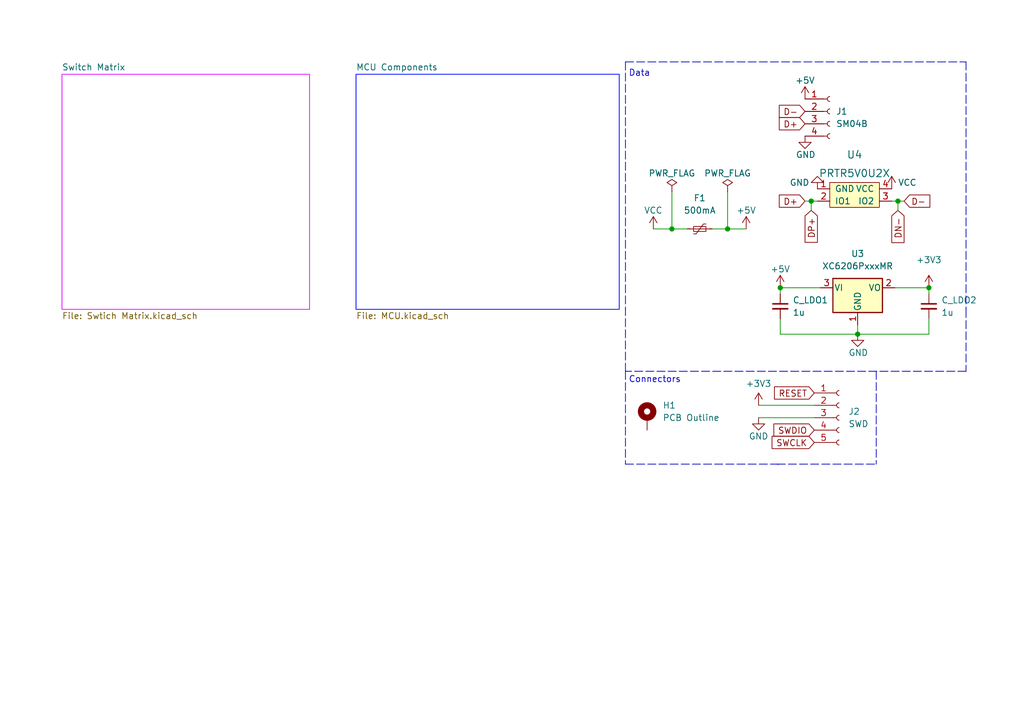
<source format=kicad_sch>
(kicad_sch (version 20211123) (generator eeschema)
  (paper "A5")
  (title_block (title "Plaket60") (date "2022-07-25") (rev "1.0"))
  (lib_symbols
    (symbol "Connector:Conn_01x04_Female" (pin_names (offset 1.016) hide)
      (property "Reference" "J" (at 0 5.08 0))
      (property "Value" "Conn_01x04_Female" (at 0 -7.62 0))
      (symbol "Conn_01x04_Female_1_1"
        (arc (start 0 -4.572) (mid -0.508 -5.08) (end 0 -5.588) (stroke (width 0.1524)))
        (arc (start 0 -2.032) (mid -0.508 -2.54) (end 0 -3.048) (stroke (width 0.1524)))
        (polyline (pts (xy -1.27 -5.08) (xy -0.508 -5.08)) (stroke (width 0.1524)))
        (polyline (pts (xy -1.27 -2.54) (xy -0.508 -2.54)) (stroke (width 0.1524)))
        (polyline (pts (xy -1.27 0) (xy -0.508 0)) (stroke (width 0.1524)))
        (polyline (pts (xy -1.27 2.54) (xy -0.508 2.54)) (stroke (width 0.1524)))
        (arc (start 0 0.508) (mid -0.508 0) (end 0 -0.508) (stroke (width 0.1524)))
        (arc (start 0 3.048) (mid -0.508 2.54) (end 0 2.032) (stroke (width 0.1524)))
        (pin passive line (at -5.08 2.54 0) (length 3.81) (name "Pin_1") (number "1"))
        (pin passive line (at -5.08 0 0) (length 3.81) (name "Pin_2") (number "2"))
        (pin passive line (at -5.08 -2.54 0) (length 3.81) (name "Pin_3") (number "3"))
        (pin passive line (at -5.08 -5.08 0) (length 3.81) (name "Pin_4") (number "4"))
      )
    )
    (symbol "Connector:Conn_01x05_Female" (pin_names (offset 1.016) hide)
      (property "Reference" "J" (at 0 7.62 0))
      (property "Value" "Conn_01x05_Female" (at 0 -7.62 0))
      (symbol "Conn_01x05_Female_1_1"
        (arc (start 0 -4.572) (mid -0.508 -5.08) (end 0 -5.588) (stroke (width 0.1524)))
        (arc (start 0 -2.032) (mid -0.508 -2.54) (end 0 -3.048) (stroke (width 0.1524)))
        (polyline (pts (xy -1.27 -5.08) (xy -0.508 -5.08)) (stroke (width 0.1524)))
        (polyline (pts (xy -1.27 -2.54) (xy -0.508 -2.54)) (stroke (width 0.1524)))
        (polyline (pts (xy -1.27 0) (xy -0.508 0)) (stroke (width 0.1524)))
        (polyline (pts (xy -1.27 2.54) (xy -0.508 2.54)) (stroke (width 0.1524)))
        (polyline (pts (xy -1.27 5.08) (xy -0.508 5.08)) (stroke (width 0.1524)))
        (arc (start 0 0.508) (mid -0.508 0) (end 0 -0.508) (stroke (width 0.1524)))
        (arc (start 0 3.048) (mid -0.508 2.54) (end 0 2.032) (stroke (width 0.1524)))
        (arc (start 0 5.588) (mid -0.508 5.08) (end 0 4.572) (stroke (width 0.1524)))
        (pin passive line (at -5.08 5.08 0) (length 3.81) (name "Pin_1") (number "1"))
        (pin passive line (at -5.08 2.54 0) (length 3.81) (name "Pin_2") (number "2"))
        (pin passive line (at -5.08 0 0) (length 3.81) (name "Pin_3") (number "3"))
        (pin passive line (at -5.08 -2.54 0) (length 3.81) (name "Pin_4") (number "4"))
        (pin passive line (at -5.08 -5.08 0) (length 3.81) (name "Pin_5") (number "5"))
      )
    )
    (symbol "Device:C_Small" (pin_numbers hide) (pin_names (offset 0.254) hide)
      (property "Reference" "C" (at 0.254 1.778 0))
      (property "Value" "C_Small" (at 0.254 -2.032 0))
      (symbol "C_Small_0_1"
        (polyline (pts (xy -1.524 -0.508) (xy 1.524 -0.508)) (stroke (width 0.3302)))
        (polyline (pts (xy -1.524 0.508) (xy 1.524 0.508)) (stroke (width 0.3048)))
      )
      (symbol "C_Small_1_1"
        (pin passive line (at 0 2.54 270) (length 2.032) (name "~") (number "1"))
        (pin passive line (at 0 -2.54 90) (length 2.032) (name "~") (number "2"))
      )
    )
    (symbol "Device:Polyfuse_Small" (pin_numbers hide) (pin_names (offset 0))
      (property "Reference" "F" (at -1.905 0 90))
      (property "Value" "Polyfuse_Small" (at 1.905 0 90))
      (symbol "Polyfuse_Small_0_1"
        (rectangle (start -0.508 1.27) (end 0.508 -1.27))
        (polyline (pts (xy 0 2.54) (xy 0 -2.54)))
        (polyline (pts (xy -1.016 1.27) (xy -1.016 0.762) (xy 1.016 -0.762) (xy 1.016 -1.27)))
      )
      (symbol "Polyfuse_Small_1_1"
        (pin passive line (at 0 2.54 270) (length 0.635) (name "~") (number "1"))
        (pin passive line (at 0 -2.54 90) (length 0.635) (name "~") (number "2"))
      )
    )
    (symbol "Mechanical:MountingHole_Pad" (pin_numbers hide) (pin_names (offset 1.016) hide)
      (property "Reference" "H" (at 0 6.35 0))
      (property "Value" "MountingHole_Pad" (at 0 4.445 0))
      (symbol "MountingHole_Pad_0_1"
        (circle (center 0 1.27) (radius 1.27) (stroke (width 1.27)))
      )
      (symbol "MountingHole_Pad_1_1"
        (pin input line (at 0 -2.54 90) (length 2.54) (name "1") (number "1"))
      )
    )
    (symbol "Regulator_Linear:XC6206PxxxMR" (pin_names (offset 0.254))
      (property "Reference" "U" (at -3.81 3.175 0))
      (property "Value" "XC6206PxxxMR" (at 0 3.175 0))
      (symbol "XC6206PxxxMR_0_1"
        (rectangle (start -5.08 1.905) (end 5.08 -5.08) (stroke (width 0.254)) (fill (type background)))
      )
      (symbol "XC6206PxxxMR_1_1"
        (pin power_in line (at 0 -7.62 90) (length 2.54) (name "GND") (number "1"))
        (pin power_out line (at 7.62 0 180) (length 2.54) (name "VO") (number "2"))
        (pin power_in line (at -7.62 0 0) (length 2.54) (name "VI") (number "3"))
      )
    )
    (symbol "cipulot_parts:PRTR5V0U2X" (pin_names (offset 1.016))
      (property "Reference" "U" (at 0 3.81 0))
      (property "Value" "PRTR5V0U2X" (at 0 -3.81 0))
      (symbol "PRTR5V0U2X_0_1"
        (rectangle (start -5.08 2.54) (end 5.08 -2.54) (fill (type background)))
      )
      (symbol "PRTR5V0U2X_1_1"
        (pin input line (at -7.62 1.27 0) (length 2.54) (name "GND") (number "1"))
        (pin input line (at -7.62 -1.27 0) (length 2.54) (name "IO1") (number "2"))
        (pin input line (at 7.62 -1.27 180) (length 2.54) (name "IO2") (number "3"))
        (pin input line (at 7.62 1.27 180) (length 2.54) (name "VCC") (number "4"))
      )
    )
    (symbol "power:+3V3" (power) (pin_names (offset 0))
      (property "Value" "+3V3" (at 0 3.556 0))
      (symbol "+3V3_0_1"
        (polyline (pts (xy -0.762 1.27) (xy 0 2.54)))
        (polyline (pts (xy 0 0) (xy 0 2.54)))
        (polyline (pts (xy 0 2.54) (xy 0.762 1.27)))
      )
      (symbol "+3V3_1_1"
        (pin power_in line (at 0 0 90) (length 0) hide (name "+3V3") (number "1"))
      )
    )
    (symbol "power:+5V" (power) (pin_names (offset 0))
      (property "Value" "+5V" (at 0 3.556 0))
      (symbol "+5V_0_1"
        (polyline (pts (xy -0.762 1.27) (xy 0 2.54)))
        (polyline (pts (xy 0 0) (xy 0 2.54)))
        (polyline (pts (xy 0 2.54) (xy 0.762 1.27)))
      )
      (symbol "+5V_1_1"
        (pin power_in line (at 0 0 90) (length 0) hide (name "+5V") (number "1"))
      )
    )
    (symbol "power:GND" (power) (pin_names (offset 0))
      (property "Value" "GND" (at 0 -3.81 0))
      (symbol "GND_0_1"
        (polyline (pts (xy 0 0) (xy 0 -1.27) (xy 1.27 -1.27) (xy 0 -2.54) (xy -1.27 -1.27) (xy 0 -1.27)))
      )
      (symbol "GND_1_1"
        (pin power_in line (at 0 0 270) (length 0) hide (name "GND") (number "1"))
      )
    )
    (symbol "power:PWR_FLAG" (power) (pin_numbers hide) (pin_names (offset 0) hide)
      (property "Value" "PWR_FLAG" (at 0 3.81 0))
      (symbol "PWR_FLAG_0_0"
        (pin power_out line (at 0 0 90) (length 0) (name "pwr") (number "1"))
      )
      (symbol "PWR_FLAG_0_1"
        (polyline (pts (xy 0 0) (xy 0 1.27) (xy -1.016 1.905) (xy 0 2.54) (xy 1.016 1.905) (xy 0 1.27)))
      )
    )
    (symbol "power:VCC" (power) (pin_names (offset 0))
      (property "Value" "VCC" (at 0 3.81 0))
      (symbol "VCC_0_1"
        (polyline (pts (xy -0.762 1.27) (xy 0 2.54)))
        (polyline (pts (xy 0 0) (xy 0 2.54)))
        (polyline (pts (xy 0 2.54) (xy 0.762 1.27)))
      )
      (symbol "VCC_1_1"
        (pin power_in line (at 0 0 90) (length 0) hide (name "VCC") (number "1"))
      )
    )
  )
  (junction (at 184.15 41.275))
  (junction (at 166.37 41.275))
  (junction (at 137.795 46.99))
  (junction (at 190.5 59.055))
  (junction (at 175.895 68.58))
  (junction (at 160.02 59.055))
  (junction (at 149.225 46.99))
  (wire (pts (xy 160.02 68.58) (xy 175.895 68.58)))
  (polyline (pts (xy 128.27 76.2) (xy 128.27 63.5)))
  (polyline (pts (xy 198.12 12.7) (xy 198.12 63.5)))
  (polyline (pts (xy 128.27 76.2) (xy 128.27 95.25)))
  (wire (pts (xy 160.02 65.405) (xy 160.02 68.58)))
  (wire (pts (xy 137.795 46.99) (xy 140.97 46.99)))
  (wire (pts (xy 149.225 39.37) (xy 149.225 46.99)))
  (polyline (pts (xy 179.705 76.2) (xy 179.705 95.25)))
  (wire (pts (xy 190.5 59.055) (xy 190.5 60.325)))
  (wire (pts (xy 165.1 41.275) (xy 166.37 41.275)))
  (wire (pts (xy 166.37 41.275) (xy 167.64 41.275)))
  (polyline (pts (xy 198.12 76.2) (xy 128.27 76.2)))
  (wire (pts (xy 155.575 85.725) (xy 167.005 85.725)))
  (polyline (pts (xy 128.27 12.7) (xy 198.12 12.7)))
  (wire (pts (xy 155.575 83.185) (xy 167.005 83.185)))
  (wire (pts (xy 146.05 46.99) (xy 149.225 46.99)))
  (wire (pts (xy 184.15 41.275) (xy 184.15 43.18)))
  (wire (pts (xy 182.88 41.275) (xy 184.15 41.275)))
  (wire (pts (xy 175.895 66.675) (xy 175.895 68.58)))
  (polyline (pts (xy 198.12 63.5) (xy 198.12 76.2)))
  (wire (pts (xy 166.37 41.275) (xy 166.37 43.18)))
  (wire (pts (xy 190.5 68.58) (xy 190.5 65.405)))
  (wire (pts (xy 160.02 59.055) (xy 160.02 60.325)))
  (wire (pts (xy 149.225 46.99) (xy 153.035 46.99)))
  (wire (pts (xy 160.02 59.055) (xy 168.275 59.055)))
  (polyline (pts (xy 128.27 95.25) (xy 160.02 95.25)))
  (wire (pts (xy 183.515 59.055) (xy 190.5 59.055)))
  (wire (pts (xy 133.985 46.99) (xy 137.795 46.99)))
  (wire (pts (xy 184.15 41.275) (xy 185.42 41.275)))
  (polyline (pts (xy 128.27 12.7) (xy 128.27 63.5)))
  (wire (pts (xy 175.895 68.58) (xy 190.5 68.58)))
  (polyline (pts (xy 159.385 95.25) (xy 179.705 95.25)))
  (wire (pts (xy 137.795 39.37) (xy 137.795 46.99)))
  (text "Connectors\n" (at 128.905 78.74 0) (effects (font (size 1.27 1.27)) (justify left bottom)))
  (text "Data\n" (at 128.905 15.875 0) (effects (font (size 1.27 1.27)) (justify left bottom)))
  (global_label "DN-" (shape input) (at 184.15 43.18 270) (property "Intersheet References" "${INTERSHEET_REFS}" (effects hide)))
  (global_label "SWDIO" (shape input) (at 167.005 88.265 180) (property "Intersheet References" "${INTERSHEET_REFS}" (effects hide)))
  (global_label "D+" (shape input) (at 165.1 25.4 180) (property "Intersheet References" "${INTERSHEET_REFS}" (effects hide)))
  (global_label "RESET" (shape input) (at 167.005 80.645 180) (property "Intersheet References" "${INTERSHEET_REFS}" (effects hide)))
  (global_label "D-" (shape input) (at 165.1 22.86 180) (property "Intersheet References" "${INTERSHEET_REFS}" (effects hide)))
  (global_label "D-" (shape input) (at 185.42 41.275 0) (property "Intersheet References" "${INTERSHEET_REFS}" (effects hide)))
  (global_label "D+" (shape input) (at 165.1 41.275 180) (property "Intersheet References" "${INTERSHEET_REFS}" (effects hide)))
  (global_label "DP+" (shape input) (at 166.37 43.18 270) (property "Intersheet References" "${INTERSHEET_REFS}" (effects hide)))
  (global_label "SWCLK" (shape input) (at 167.005 90.805 180) (property "Intersheet References" "${INTERSHEET_REFS}" (effects hide)))
  (symbol (lib_id "power:GND") (at 165.1 27.94 0) (unit 1)
    (property "Reference" "#PWR0121" (effects hide))
    (property "Value" "GND" (at 163.195 31.75 0) (effects (justify left)))
  )
  (symbol (lib_id "Mechanical:MountingHole_Pad") (at 132.715 85.725 0) (unit 1)
    (property "Reference" "H1" (at 135.89 83.1849 0) (effects (justify left)))
    (property "Value" "PCB Outline" (at 135.89 85.7249 0) (effects (justify left)))
    (property "Footprint" "Components:L60 Outline" (effects hide))
  )
  (symbol (lib_id "power:GND") (at 167.64 38.735 180) (unit 1)
    (property "Reference" "#PWR0131" (effects hide))
    (property "Value" "GND" (at 161.925 37.465 0) (effects (justify right)))
  )
  (symbol (lib_id "Device:C_Small") (at 190.5 62.865 0) (unit 1)
    (property "Reference" "C_LDO2" (at 193.04 61.6012 0) (effects (justify left)))
    (property "Value" "1u" (at 193.04 64.1412 0) (effects (justify left)))
    (property "Footprint" "Capacitor_SMD:C_0402_1005Metric" (effects hide))
  )
  (symbol (lib_id "Device:C_Small") (at 160.02 62.865 0) (unit 1)
    (property "Reference" "C_LDO1" (at 162.56 61.6012 0) (effects (justify left)))
    (property "Value" "1u" (at 162.56 64.1412 0) (effects (justify left)))
    (property "Footprint" "Capacitor_SMD:C_0402_1005Metric" (effects hide))
  )
  (symbol (lib_id "Connector:Conn_01x05_Female") (at 172.085 85.725 0) (unit 1)
    (property "Reference" "J2" (at 173.99 84.4549 0) (effects (justify left)))
    (property "Value" "SWD" (at 173.99 86.9949 0) (effects (justify left)))
    (property "Footprint" "Connector_PinHeader_2.54mm:PinHeader_1x05_P2.54mm_Vertical" (effects hide))
  )
  (symbol (lib_id "Device:Polyfuse_Small") (at 143.51 46.99 90) (unit 1)
    (property "Reference" "F1" (at 143.51 40.64 90))
    (property "Value" "500mA" (at 143.51 43.18 90))
    (property "Footprint" "Fuse:Fuse_0805_2012Metric" (effects hide))
  )
  (symbol (lib_id "power:VCC") (at 182.88 38.735 0) (unit 1)
    (property "Reference" "#PWR0132" (effects hide))
    (property "Value" "VCC" (at 184.15 37.465 0) (effects (justify left)))
  )
  (symbol (lib_id "power:+5V") (at 160.02 59.055 0) (unit 1)
    (property "Reference" "#PWR0128" (effects hide))
    (property "Value" "+5V" (at 160.02 55.245 0))
  )
  (symbol (lib_id "power:PWR_FLAG") (at 149.225 39.37 0) (unit 1)
    (property "Reference" "#FLG0101" (effects hide))
    (property "Value" "PWR_FLAG" (at 149.225 35.56 0))
  )
  (symbol (lib_id "power:+5V") (at 153.035 46.99 0) (unit 1)
    (property "Reference" "#PWR0119" (effects hide))
    (property "Value" "+5V" (at 153.035 43.18 0))
  )
  (symbol (lib_id "power:GND") (at 155.575 85.725 0) (unit 1)
    (property "Reference" "#PWR0126" (effects hide))
    (property "Value" "GND" (at 155.575 89.535 0))
  )
  (symbol (lib_id "Connector:Conn_01x04_Female") (at 170.18 22.86 0) (unit 1)
    (property "Reference" "J1" (at 171.45 22.8599 0) (effects (justify left)))
    (property "Value" "SM04B" (at 171.45 25.3999 0) (effects (justify left)))
    (property "Footprint" "Connector_Molex:Molex_Pico-EZmate_78171-0004_1x04-1MP_P1.20mm_Vertical" (effects hide))
  )
  (symbol (lib_id "power:PWR_FLAG") (at 137.795 39.37 0) (unit 1)
    (property "Reference" "#FLG0102" (effects hide))
    (property "Value" "PWR_FLAG" (at 137.795 35.56 0))
  )
  (symbol (lib_id "Regulator_Linear:XC6206PxxxMR") (at 175.895 59.055 0) (unit 1)
    (property "Reference" "U3" (at 175.895 52.07 0))
    (property "Value" "XC6206PxxxMR" (at 175.895 54.61 0))
    (property "Footprint" "Package_TO_SOT_SMD:SOT-23" (effects hide))
    (property "Datasheet" "https://www.torexsemi.com/file/xc6206/XC6206.pdf" (effects hide))
  )
  (symbol (lib_id "power:+3V3") (at 190.5 59.055 0) (unit 1)
    (property "Reference" "#PWR0130" (effects hide))
    (property "Value" "+3V3" (at 190.5 53.34 0))
  )
  (symbol (lib_id "power:+3V3") (at 155.575 83.185 0) (unit 1)
    (property "Reference" "#PWR0127" (effects hide))
    (property "Value" "+3V3" (at 155.575 78.74 0))
  )
  (symbol (lib_id "power:+5V") (at 165.1 20.32 0) (unit 1)
    (property "Reference" "#PWR0124" (effects hide))
    (property "Value" "+5V" (at 165.1 16.51 0))
  )
  (symbol (lib_id "power:VCC") (at 133.985 46.99 0) (unit 1)
    (property "Reference" "#PWR0122" (effects hide))
    (property "Value" "VCC" (at 133.985 43.18 0))
  )
  (symbol (lib_id "cipulot_parts:PRTR5V0U2X") (at 175.26 40.005 0) (unit 1)
    (property "Reference" "U4" (at 175.26 31.75 0) (effects (font (size 1.524 1.524))))
    (property "Value" "PRTR5V0U2X" (at 175.26 35.56 0) (effects (font (size 1.524 1.524))))
    (property "Footprint" "random-keyboard-parts:SOT143B" (effects hide))
  )
  (symbol (lib_id "power:GND") (at 175.895 68.58 0) (unit 1)
    (property "Reference" "#PWR0129" (effects hide))
    (property "Value" "GND" (at 173.99 72.39 0) (effects (justify left)))
  )
  (sheet (at 73.025 15.24) (size 53.975 48.26) (stroke (width 0.1524) (color 24 33 255 1))
    (property "Sheet name" "MCU Components" (at 73.025 14.5284 0) (effects (justify left bottom)))
    (property "Sheet file" "MCU.kicad_sch" (at 73.025 64.0846 0) (effects (justify left top)))
  )
  (sheet (at 12.7 15.24) (size 50.8 48.26) (stroke (width 0.1524) (color 236 36 255 1))
    (property "Sheet name" "Switch Matrix" (at 12.7 14.5284 0) (effects (justify left bottom)))
    (property "Sheet file" "Swtich Matrix.kicad_sch" (at 12.7 64.0846 0) (effects (justify left top)))
  )
)
</source>
